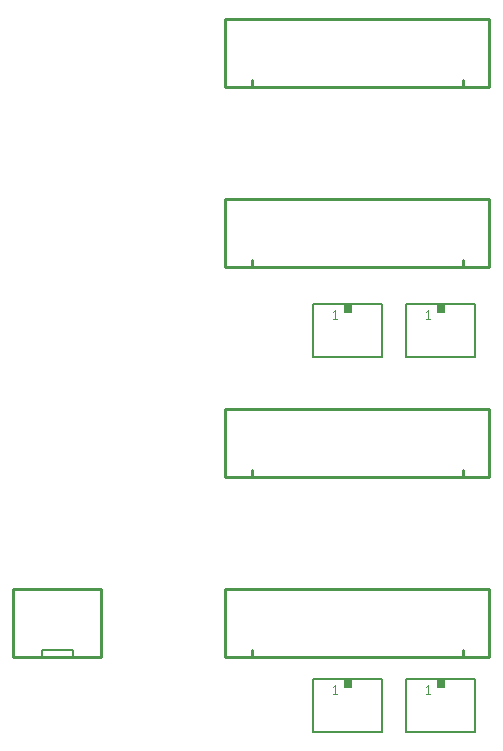
<source format=gto>
G75*
%MOIN*%
%OFA0B0*%
%FSLAX25Y25*%
%IPPOS*%
%LPD*%
%AMOC8*
5,1,8,0,0,1.08239X$1,22.5*
%
%ADD10C,0.01000*%
%ADD11C,0.00787*%
%ADD12C,0.00500*%
%ADD13C,0.00300*%
%ADD14R,0.02500X0.02500*%
D10*
X0058633Y0058919D02*
X0087767Y0058919D01*
X0087767Y0081556D01*
X0058633Y0081556D01*
X0058633Y0058919D01*
X0129106Y0058919D02*
X0217294Y0058919D01*
X0217294Y0081556D01*
X0129106Y0081556D01*
X0129106Y0058919D01*
X0138161Y0059145D02*
X0138161Y0061113D01*
X0138161Y0119145D02*
X0138161Y0121113D01*
X0129106Y0118919D02*
X0217294Y0118919D01*
X0217294Y0141556D01*
X0129106Y0141556D01*
X0129106Y0118919D01*
X0129106Y0188919D02*
X0217294Y0188919D01*
X0217294Y0211556D01*
X0129106Y0211556D01*
X0129106Y0188919D01*
X0138161Y0189145D02*
X0138161Y0191113D01*
X0129106Y0248919D02*
X0217294Y0248919D01*
X0217294Y0271556D01*
X0129106Y0271556D01*
X0129106Y0248919D01*
X0138161Y0249145D02*
X0138161Y0251113D01*
X0208633Y0251113D02*
X0208633Y0249145D01*
X0208633Y0191113D02*
X0208633Y0189145D01*
X0208633Y0121113D02*
X0208633Y0119145D01*
X0208633Y0061113D02*
X0208633Y0059145D01*
D11*
X0078318Y0059145D02*
X0078318Y0061113D01*
X0068082Y0061113D01*
X0068082Y0059145D01*
D12*
X0158487Y0051537D02*
X0158487Y0033820D01*
X0181519Y0033820D01*
X0181519Y0051537D01*
X0158487Y0051537D01*
X0189487Y0051537D02*
X0189487Y0033820D01*
X0212519Y0033820D01*
X0212519Y0051537D01*
X0189487Y0051537D01*
X0189487Y0158820D02*
X0189487Y0176537D01*
X0212519Y0176537D01*
X0212519Y0158820D01*
X0189487Y0158820D01*
X0181519Y0158820D02*
X0181519Y0176537D01*
X0158487Y0176537D01*
X0158487Y0158820D01*
X0181519Y0158820D01*
D13*
X0166605Y0171587D02*
X0164994Y0171587D01*
X0165800Y0171587D02*
X0165800Y0174487D01*
X0164994Y0173843D01*
X0195994Y0173843D02*
X0196800Y0174487D01*
X0196800Y0171587D01*
X0197605Y0171587D02*
X0195994Y0171587D01*
X0196800Y0049487D02*
X0196800Y0046587D01*
X0197605Y0046587D02*
X0195994Y0046587D01*
X0195994Y0048843D02*
X0196800Y0049487D01*
X0166605Y0046587D02*
X0164994Y0046587D01*
X0165800Y0046587D02*
X0165800Y0049487D01*
X0164994Y0048843D01*
D14*
X0170200Y0050062D03*
X0201200Y0050062D03*
X0201200Y0175062D03*
X0170200Y0175062D03*
M02*

</source>
